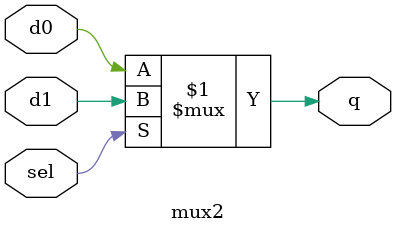
<source format=v>
`ifndef _misc_
`define _misc_

module mux2(d0,d1,sel,q);
input d0,d1,sel;
output q;
assign q = sel ? d1 : d0;
endmodule

`endif//_misc_

</source>
